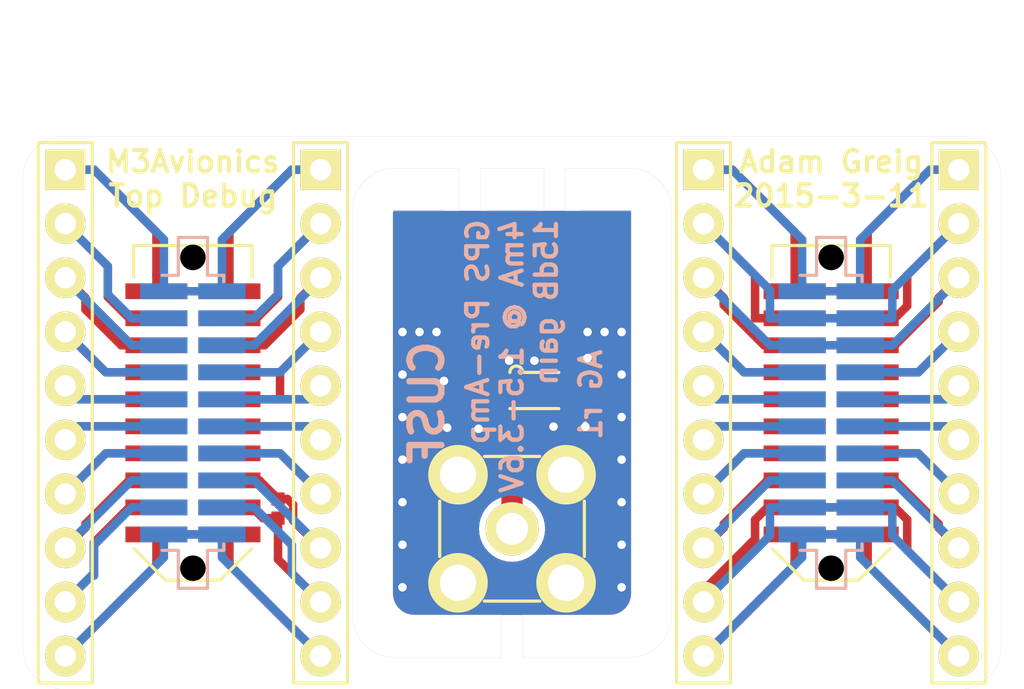
<source format=kicad_pcb>
(kicad_pcb (version 20221018) (generator pcbnew)
  (title_block (title "GPS Filter & Preamp") (date "2016-05-29") (rev "1") (company "CU Spaceflight") (comment 1 "Drawn By: Adam Greig"))
  (layers (0 "F.Cu" signal) (31 "B.Cu" signal) (34 "B.Paste" user) (35 "F.Paste" user) (36 "B.SilkS" user "B.Silkscreen") (37 "F.SilkS" user "F.Silkscreen") (38 "B.Mask" user) (39 "F.Mask" user) (44 "Edge.Cuts" user))
  (net 0 "")
  (net 1 "GND")
  (net 2 "/3v3_IMU")
  (net 3 "/JTMS")
  (net 4 "/3v3_RADIO")
  (net 5 "/JTCK")
  (net 6 "/3v3_FC")
  (net 7 "/JTDI")
  (net 8 "/3v3_PYRO")
  (net 9 "/3v3_DL")
  (net 10 "/RSVD1")
  (net 11 "/3v3_AUX1")
  (net 12 "/5v_CAN")
  (net 13 "/3v3_AUX2")
  (net 14 "/CAN-")
  (net 15 "/RSVD2")
  (net 16 "/CAN+")
  (net 17 "/PYRO_SO")
  (net 18 "/PYRO_SI")
  (net 19 "/5v_RADIO")
  (net 20 "/PYRO1")
  (net 21 "/5v_IMU")
  (net 22 "/PYRO2")
  (net 23 "/5v_AUX1")
  (net 24 "/PYRO3")
  (net 25 "/5v_AUX2")
  (net 26 "/PYRO4")
  (net 27 "/5v_CAM")
  (net 28 "/PWR")
  (net 29 "/CHARGE")
  (net 30 "Net-(C1-Pad1)")
  (net 31 "Net-(C3-Pad1)")
  (net 32 "Net-(C3-Pad2)")
  (net 33 "Net-(IC1-Pad3)")
  (net 34 "Net-(IC1-Pad4)")
  (net 35 "Net-(IC1-Pad5)")
  (net 36 "Net-(L3-Pad2)")
  (net 37 "Net-(L4-Pad2)")
  (footprint "agg:TFML-110-02-L-D" (layer "F.Cu") (at 108 113 -90)
    (fp_text reference "J1")
    (fp_text value "WEST TOP")
  )
  (footprint "agg:TFML-110-02-L-D" (layer "F.Cu") (at 138 113 -90)
    (fp_text reference "J2")
    (fp_text value "EAST TOP")
  )
  (footprint "agg:0402" (layer "F.Cu") (at 112 117.5 90)
    (fp_text reference "R1")
    (fp_text value "120")
  )
  (footprint "agg:SIL-254P-10" (layer "F.Cu") (at 102 113 -90)
    (fp_text reference "J5")
    (fp_text value "CONN_01x10")
  )
  (footprint "agg:SIL-254P-10" (layer "F.Cu") (at 114 113 -90)
    (fp_text reference "J6")
    (fp_text value "CONN_01x10")
  )
  (footprint "agg:SIL-254P-10" (layer "F.Cu") (at 132 113 -90)
    (fp_text reference "J7")
    (fp_text value "CONN_01x10")
  )
  (footprint "agg:SIL-254P-10" (layer "F.Cu") (at 144 113 -90)
    (fp_text reference "J8")
    (fp_text value "CONN_01x10")
  )
  (footprint "agg:0402" (layer "F.Cu") (at 120.65 111.95 90)
    (fp_text reference "C1")
    (fp_text value "1µ")
  )
  (footprint "agg:0402" (layer "F.Cu") (at 121.85 111.95 90)
    (fp_text reference "C2")
    (fp_text value "100n")
  )
  (footprint "agg:0402" (layer "F.Cu") (at 125.05 109.8 90)
    (fp_text reference "C3")
    (fp_text value "200p")
  )
  (footprint "agg:DFN-6-EP-BGM" (layer "F.Cu") (at 124.05 111.95)
    (fp_text reference "IC1")
    (fp_text value "BGM1043N7")
  )
  (footprint "agg:0402" (layer "F.Cu") (at 123.5 113.65)
    (fp_text reference "L1")
    (fp_text value "9n1")
  )
  (footprint "agg:0402" (layer "F.Cu") (at 126.25 111.95 90)
    (fp_text reference "L2")
    (fp_text value "8n2")
  )
  (footprint "agg:0402" (layer "F.Cu") (at 120.1 110.25)
    (fp_text reference "L3")
    (fp_text value "92n")
  )
  (footprint "agg:0402" (layer "F.Cu") (at 121.75 109.8 90)
    (fp_text reference "L4")
    (fp_text value "92n")
  )
  (footprint "agg:0402" (layer "F.Cu") (at 123.4 109.35)
    (fp_text reference "L5")
    (fp_text value "92n")
  )
  (footprint "agg:SMA-PTH" (layer "F.Cu") (at 123 118.45 90)
    (fp_text reference "P2")
    (fp_text value "ANTENNA")
  )
  (footprint "agg:SMA-EDGE" (layer "F.Cu") (at 123 106)
    (fp_text reference "P3")
    (fp_text value "RECEIVER")
  )
  (footprint "agg:SFML-110-02-L-D-LC" (layer "B.Cu") (at 108 113 -90)
    (fp_text reference "J3")
    (fp_text value "WEST BOT")
  )
  (footprint "agg:SFML-110-02-L-D-LC" (layer "B.Cu") (at 138 113 -90)
    (fp_text reference "J4")
    (fp_text value "EAST BOT")
  )
  (gr_line (start 121.5 101.5) (end 121.5 103.5) (stroke (width 0.01)) (layer "Edge.Cuts"))
  (gr_arc (start 130.5 122.5) (mid 129.914214 123.914214) (end 128.5 124.5) (stroke (width 0.01)) (layer "Edge.Cuts"))
  (gr_arc (start 128.5 101.5) (mid 129.914214 102.085786) (end 130.5 103.5) (stroke (width 0.01)) (layer "Edge.Cuts"))
  (gr_line (start 120.5 103.5) (end 117.4 103.5) (stroke (width 0.01)) (layer "Edge.Cuts"))
  (gr_line (start 125.5 101.5) (end 128.5 101.5) (stroke (width 0.01)) (layer "Edge.Cuts"))
  (gr_line (start 125.5 103.5) (end 128.6 103.5) (stroke (width 0.01)) (layer "Edge.Cuts"))
  (gr_line (start 122.5 122.5) (end 122.5 124.5) (stroke (width 0.01)) (layer "Edge.Cuts"))
  (gr_line (start 128.6 121.5) (end 128.6 103.5) (stroke (width 0.01)) (layer "Edge.Cuts"))
  (gr_line (start 102 126) (end 144 126) (stroke (width 0.01)) (layer "Edge.Cuts"))
  (gr_line (start 124.5 103.5) (end 124.5 101.5) (stroke (width 0.01)) (layer "Edge.Cuts"))
  (gr_line (start 122.5 124.5) (end 117.5 124.5) (stroke (width 0.01)) (layer "Edge.Cuts"))
  (gr_line (start 115.5 122.5) (end 115.5 103.5) (stroke (width 0.01)) (layer "Edge.Cuts"))
  (gr_line (start 121.5 103.5) (end 124.5 103.5) (stroke (width 0.01)) (layer "Edge.Cuts"))
  (gr_line (start 127.6 122.5) (end 123.5 122.5) (stroke (width 0.01)) (layer "Edge.Cuts"))
  (gr_line (start 117.5 101.5) (end 120.5 101.5) (stroke (width 0.01)) (layer "Edge.Cuts"))
  (gr_arc (start 146 124) (mid 145.414214 125.414214) (end 144 126) (stroke (width 0.01)) (layer "Edge.Cuts"))
  (gr_arc (start 115.5 103.5) (mid 116.085786 102.085786) (end 117.5 101.5) (stroke (width 0.01)) (layer "Edge.Cuts"))
  (gr_arc (start 100 102) (mid 100.585786 100.585786) (end 102 100) (stroke (width 0.01)) (layer "Edge.Cuts"))
  (gr_arc (start 128.6 121.5) (mid 128.307107 122.207107) (end 127.6 122.5) (stroke (width 0.01)) (layer "Edge.Cuts"))
  (gr_line (start 121.5 101.5) (end 124.5 101.5) (stroke (width 0.01)) (layer "Edge.Cuts"))
  (gr_line (start 117.4 103.5) (end 117.4 121.5) (stroke (width 0.01)) (layer "Edge.Cuts"))
  (gr_line (start 120.5 101.5) (end 120.5 103.5) (stroke (width 0.01)) (layer "Edge.Cuts"))
  (gr_arc (start 117.5 124.5) (mid 116.085786 123.914214) (end 115.5 122.5) (stroke (width 0.01)) (layer "Edge.Cuts"))
  (gr_arc (start 102 126) (mid 100.585786 125.414214) (end 100 124) (stroke (width 0.01)) (layer "Edge.Cuts"))
  (gr_line (start 123.5 124.5) (end 128.5 124.5) (stroke (width 0.01)) (layer "Edge.Cuts"))
  (gr_arc (start 144 100) (mid 145.414214 100.585786) (end 146 102) (stroke (width 0.01)) (layer "Edge.Cuts"))
  (gr_line (start 123.5 122.5) (end 123.5 124.5) (stroke (width 0.01)) (layer "Edge.Cuts"))
  (gr_line (start 125.5 103.5) (end 125.5 101.5) (stroke (width 0.01)) (layer "Edge.Cuts"))
  (gr_line (start 100 102) (end 100 124) (stroke (width 0.01)) (layer "Edge.Cuts"))
  (gr_line (start 130.5 103.5) (end 130.5 122.5) (stroke (width 0.01)) (layer "Edge.Cuts"))
  (gr_line (start 146 124) (end 146 102) (stroke (width 0.01)) (layer "Edge.Cuts"))
  (gr_line (start 118.4 122.5) (end 122.5 122.5) (stroke (width 0.01)) (layer "Edge.Cuts"))
  (gr_arc (start 118.4 122.5) (mid 117.692893 122.207107) (end 117.4 121.5) (stroke (width 0.01)) (layer "Edge.Cuts"))
  (gr_line (start 144 100) (end 102 100) (stroke (width 0.01)) (layer "Edge.Cuts"))
  (gr_text "CUSF" (at 119 112.55 90) (layer "B.SilkS") (effects (font (size 1.5 1.5) (thickness 0.3)) (justify mirror)))
  (gr_text "GPS Pre-Amp\n4mA @ 1.5-3.6V\n15dB gain" (at 123 103.8 90) (layer "B.SilkS") (effects (font (size 1 1) (thickness 0.2)) (justify left mirror)))
  (gr_text "AG r1" (at 126.7 112.15 90) (layer "B.SilkS") (effects (font (size 1 1) (thickness 0.2)) (justify mirror)))
  (gr_text "Adam Greig\n2015-3-11" (at 138 102) (layer "F.SilkS") (effects (font (size 1 1) (thickness 0.2))))
  (gr_text "M3Avionics\nTop Debug" (at 108 102) (layer "F.SilkS") (effects (font (size 1 1) (thickness 0.2))))
  (segment (start 142.65 101.57) (end 144 101.57) (width 0.4) (layer "F.Cu") (net 1))
  (segment (start 128.15 113.2) (end 128.15 115.2) (width 0.25) (layer "F.Cu") (net 1))
  (segment (start 127.375 109.175) (end 127.35 109.2) (width 0.5) (layer "F.Cu") (net 1))
  (segment (start 118.625 109.175) (end 118.6 109.2) (width 0.5) (layer "F.Cu") (net 1))
  (segment (start 136.285 107.285) (end 136.285 104.505) (width 0.4) (layer "F.Cu") (net 1))
  (segment (start 106.285 120.145) (end 106.285 118.715) (width 0.4) (layer "F.Cu") (net 1))
  (segment (start 136.285 104.505) (end 133.35 101.57) (width 0.4) (layer "F.Cu") (net 1))
  (segment (start 121.375 113.7) (end 121.425 113.75) (width 0.5) (layer "F.Cu") (net 1))
  (segment (start 123.95 112.05) (end 124.05 111.95) (width 0.5) (layer "F.Cu") (net 1))
  (segment (start 103.35 101.57) (end 106.285 104.505) (width 0.4) (layer "F.Cu") (net 1))
  (segment (start 124.05 110.55) (end 122.86359 110.55) (width 0.25) (layer "F.Cu") (net 1))
  (segment (start 109.715 104.505) (end 109.715 106.515) (width 0.4) (layer "F.Cu") (net 1))
  (segment (start 102 101.57) (end 103.35 101.57) (width 0.4) (layer "F.Cu") (net 1))
  (segment (start 117.85 113.2) (end 117.85 115.2) (width 0.25) (layer "F.Cu") (net 1))
  (segment (start 117.85 109.2) (end 117.85 111.2) (width 0.25) (layer "F.Cu") (net 1))
  (segment (start 136.285 107.285) (end 139.715 107.285) (width 0.4) (layer "F.Cu") (net 1))
  (segment (start 128.15 109.2) (end 128.15 111.2) (width 0.25) (layer "F.Cu") (net 1))
  (segment (start 133.35 101.57) (end 132 101.57) (width 0.4) (layer "F.Cu") (net 1))
  (segment (start 118.875 113.2) (end 119.375 113.7) (width 0.5) (layer "F.Cu") (net 1))
  (segment (start 124.95 113.65) (end 126.45 113.65) (width 0.5) (layer "F.Cu") (net 1))
  (segment (start 118.625 106) (end 118.625 109.175) (width 0.5) (layer "F.Cu") (net 1))
  (segment (start 121.91359 111.5) (end 122.86359 110.55) (width 0.25) (layer "F.Cu") (net 1))
  (segment (start 106.285 106.515) (end 106.285 107.285) (width 0.4) (layer "F.Cu") (net 1))
  (segment (start 102 124.43) (end 106.285 120.145) (width 0.4) (layer "F.Cu") (net 1))
  (segment (start 117.85 117.2) (end 117.85 119.2) (width 0.25) (layer "F.Cu") (net 1))
  (segment (start 123.95 113.65) (end 124.95 113.65) (width 0.5) (layer "F.Cu") (net 1))
  (segment (start 109.715 106.515) (end 109.715 107.285) (width 0.4) (layer "F.Cu") (net 1))
  (segment (start 114 124.43) (end 109.715 120.145) (width 0.4) (layer "F.Cu") (net 1))
  (segment (start 128.15 117.2) (end 128.15 119.2) (width 0.25) (layer "F.Cu") (net 1))
  (segment (start 124.05 111.95) (end 124.05 110.55) (width 0.5) (layer "F.Cu") (net 1))
  (segment (start 106.285 118.715) (end 109.715 118.715) (width 0.4) (layer "F.Cu") (net 1))
  (segment (start 112.65 101.57) (end 109.715 104.505) (width 0.4) (layer "F.Cu") (net 1))
  (segment (start 127.35 109.2) (end 126.55 109.2) (width 0.5) (layer "F.Cu") (net 1))
  (segment (start 126.55 109.2) (end 126.55 110.425) (width 0.5) (layer "F.Cu") (net 1))
  (segment (start 119.95 113.7) (end 121.375 113.7) (width 0.5) (layer "F.Cu") (net 1))
  (segment (start 109.715 120.145) (end 109.715 118.715) (width 0.4) (layer "F.Cu") (net 1))
  (segment (start 139.715 107.285) (end 139.715 104.505) (width 0.4) (layer "F.Cu") (net 1))
  (segment (start 139.715 118.715) (end 139.715 120.145) (width 0.4) (layer "F.Cu") (net 1))
  (segment (start 136.285 118.715) (end 136.285 120.145) (width 0.4) (layer "F.Cu") (net 1))
  (segment (start 123.95 113.65) (end 123.95 112.05) (width 0.5) (layer "F.Cu") (net 1))
  (segment (start 117.85 113.2) (end 118.875 113.2) (width 0.5) (layer "F.Cu") (net 1))
  (segment (start 119.375 113.7) (end 119.95 113.7) (width 0.5) (layer "F.Cu") (net 1))
  (segment (start 136.285 120.145) (end 132 124.43) (width 0.4) (layer "F.Cu") (net 1))
  (segment (start 139.715 120.145) (end 144 124.43) (width 0.4) (layer "F.Cu") (net 1))
  (segment (start 136.285 118.715) (end 139.715 118.715) (width 0.4) (layer "F.Cu") (net 1))
  (segment (start 120.65 111.5) (end 119.8 111.5) (width 0.5) (layer "F.Cu") (net 1))
  (segment (start 139.715 104.505) (end 142.65 101.57) (width 0.4) (layer "F.Cu") (net 1))
  (segment (start 106.285 107.285) (end 109.715 107.285) (width 0.4) (layer "F.Cu") (net 1))
  (segment (start 114 101.57) (end 112.65 101.57) (width 0.4) (layer "F.Cu") (net 1))
  (segment (start 120.65 111.5) (end 121.85 111.5) (width 0.5) (layer "F.Cu") (net 1))
  (segment (start 117.85 109.2) (end 118.65 109.2) (width 0.25) (layer "F.Cu") (net 1))
  (segment (start 106.285 104.505) (end 106.285 106.515) (width 0.4) (layer "F.Cu") (net 1))
  (segment (start 121.85 111.5) (end 121.91359 111.5) (width 0.25) (layer "F.Cu") (net 1))
  (segment (start 127.375 106) (end 127.375 109.175) (width 0.5) (layer "F.Cu") (net 1))
  (via (at 117.85 111.2) (size 0.8) (drill 0.4) (layers "F.Cu" "B.Cu") (net 1))
  (via (at 117.85 117.2) (size 0.8) (drill 0.4) (layers "F.Cu" "B.Cu") (net 1))
  (via (at 128.15 117.2) (size 0.8) (drill 0.4) (layers "F.Cu" "B.Cu") (net 1))
  (via (at 124.05 110.55) (size 0.8) (drill 0.4) (layers "F.Cu" "B.Cu") (net 1))
  (via (at 128.15 121.2) (size 0.8) (drill 0.4) (layers "F.Cu" "B.Cu") (net 1))
  (via (at 128.15 115.2) (size 0.8) (drill 0.4) (layers "F.Cu" "B.Cu") (net 1))
  (via (at 126.45 113.65) (size 0.8) (drill 0.4) (layers "F.Cu" "B.Cu") (net 1))
  (via (at 117.85 119.2) (size 0.8) (drill 0.4) (layers "F.Cu" "B.Cu") (net 1))
  (via (at 117.85 109.2) (size 0.8) (drill 0.4) (layers "F.Cu" "B.Cu") (net 1))
  (via (at 128.15 113.2) (size 0.8) (drill 0.4) (layers "F.Cu" "B.Cu") (net 1))
  (via (at 118.65 109.2) (size 0.8) (drill 0.4) (layers "F.Cu" "B.Cu") (net 1))
  (via (at 119.45 109.2) (size 0.8) (drill 0.4) (layers "F.Cu" "B.Cu") (net 1))
  (via (at 117.85 113.2) (size 0.8) (drill 0.4) (layers "F.Cu" "B.Cu") (net 1))
  (via (at 119.95 113.7) (size 0.8) (drill 0.4) (layers "F.Cu" "B.Cu") (net 1))
  (via (at 126.55 109.2) (size 0.8) (drill 0.4) (layers "F.Cu" "B.Cu") (net 1))
  (via (at 122.86359 110.55) (size 0.8) (drill 0.4) (layers "F.Cu" "B.Cu") (net 1))
  (via (at 124.95 113.65) (size 0.8) (drill 0.4) (layers "F.Cu" "B.Cu") (net 1))
  (via (at 117.85 115.2) (size 0.8) (drill 0.4) (layers "F.Cu" "B.Cu") (net 1))
  (via (at 128.15 119.2) (size 0.8) (drill 0.4) (layers "F.Cu" "B.Cu") (net 1))
  (via (at 126.55 110.425) (size 0.8) (drill 0.4) (layers "F.Cu" "B.Cu") (net 1))
  (via (at 119.8 111.5) (size 0.8) (drill 0.4) (layers "F.Cu" "B.Cu") (net 1))
  (via (at 117.85 121.2) (size 0.8) (drill 0.4) (layers "F.Cu" "B.Cu") (net 1))
  (via (at 121.425 113.75) (size 0.8) (drill 0.4) (layers "F.Cu" "B.Cu") (net 1))
  (via (at 128.15 111.2) (size 0.8) (drill 0.4) (layers "F.Cu" "B.Cu") (net 1))
  (via (at 128.15 109.2) (size 0.8) (drill 0.4) (layers "F.Cu" "B.Cu") (net 1))
  (via (at 127.35 109.2) (size 0.8) (drill 0.4) (layers "F.Cu" "B.Cu") (net 1))
  (segment (start 136.635 119.795) (end 136.635 118.715) (width 0.4) (layer "B.Cu") (net 1))
  (segment (start 106.635 118.715) (end 109.365 118.715) (width 0.4) (layer "B.Cu") (net 1))
  (segment (start 109.365 118.715) (end 109.365 119.795) (width 0.4) (layer "B.Cu") (net 1))
  (segment (start 133.35 101.57) (end 132 101.57) (width 0.4) (layer "B.Cu") (net 1))
  (segment (start 106.635 119.795) (end 102 124.43) (width 0.4) (layer "B.Cu") (net 1))
  (segment (start 106.635 118.715) (end 106.635 119.795) (width 0.4) (layer "B.Cu") (net 1))
  (segment (start 106.635 104.855) (end 103.35 101.57) (width 0.4) (layer "B.Cu") (net 1))
  (segment (start 109.365 119.795) (end 114 124.43) (width 0.4) (layer "B.Cu") (net 1))
  (segment (start 139.365 118.715) (end 139.365 119.795) (width 0.4) (layer "B.Cu") (net 1))
  (segment (start 136.635 104.855) (end 133.35 101.57) (width 0.4) (layer "B.Cu") (net 1))
  (segment (start 106.635 107.285) (end 106.635 104.855) (width 0.4) (layer "B.Cu") (net 1))
  (segment (start 139.365 118.715) (end 136.635 118.715) (width 0.4) (layer "B.Cu") (net 1))
  (segment (start 128.15 119.2) (end 128.15 121.2) (width 0.25) (layer "B.Cu") (net 1))
  (segment (start 117.85 111.2) (end 117.85 113.2) (width 0.25) (layer "B.Cu") (net 1))
  (segment (start 136.635 107.285) (end 136.635 104.855) (width 0.4) (layer "B.Cu") (net 1))
  (segment (start 128.15 111.2) (end 128.15 113.2) (width 0.25) (layer "B.Cu") (net 1))
  (segment (start 139.365 107.285) (end 139.365 104.855) (width 0.4) (layer "B.Cu") (net 1))
  (segment (start 109.365 107.285) (end 109.365 104.855) (width 0.4) (layer "B.Cu") (net 1))
  (segment (start 132 124.43) (end 136.635 119.795) (width 0.4) (layer "B.Cu") (net 1))
  (segment (start 127.35 109.2) (end 128.15 109.2) (width 0.5) (layer "B.Cu") (net 1))
  (segment (start 128.15 115.2) (end 128.15 117.2) (width 0.25) (layer "B.Cu") (net 1))
  (segment (start 112.65 101.57) (end 114 101.57) (width 0.4) (layer "B.Cu") (net 1))
  (segment (start 117.85 115.2) (end 117.85 117.2) (width 0.25) (layer "B.Cu") (net 1))
  (segment (start 139.365 104.855) (end 142.65 101.57) (width 0.4) (layer "B.Cu") (net 1))
  (segment (start 117.85 119.2) (end 117.85 121.2) (width 0.25) (layer "B.Cu") (net 1))
  (segment (start 109.365 104.855) (end 112.65 101.57) (width 0.4) (layer "B.Cu") (net 1))
  (segment (start 103.35 101.57) (end 102 101.57) (width 0.4) (layer "B.Cu") (net 1))
  (segment (start 139.365 119.795) (end 144 124.43) (width 0.4) (layer "B.Cu") (net 1))
  (segment (start 118.6 109.2) (end 119.4 109.2) (width 0.5) (layer "B.Cu") (net 1))
  (segment (start 142.65 101.57) (end 144 101.57) (width 0.4) (layer "B.Cu") (net 1))
  (segment (start 139.365 107.285) (end 136.635 107.285) (width 0.4) (layer "B.Cu") (net 1))
  (segment (start 106.635 107.285) (end 109.365 107.285) (width 0.4) (layer "B.Cu") (net 1))
  (segment (start 106.285 108.555) (end 105.004998 108.555) (width 0.4) (layer "F.Cu") (net 2))
  (segment (start 104 107.550002) (end 104 106.11) (width 0.4) (layer "F.Cu") (net 2))
  (segment (start 105.004998 108.555) (end 104 107.550002) (width 0.4) (layer "F.Cu") (net 2))
  (segment (start 104 106.11) (end 102 104.11) (width 0.4) (layer "F.Cu") (net 2))
  (segment (start 106.635 108.555) (end 105.124999 108.554999) (width 0.4) (layer "B.Cu") (net 2))
  (segment (start 105.124999 108.554999) (end 104 107.43) (width 0.4) (layer "B.Cu") (net 2))
  (segment (start 104 106.11) (end 102 104.11) (width 0.4) (layer "B.Cu") (net 2))
  (segment (start 104 107.43) (end 104 106.11) (width 0.4) (layer "B.Cu") (net 2))
  (segment (start 109.715 108.555) (end 110.995002 108.555) (width 0.4) (layer "F.Cu") (net 3))
  (segment (start 112 106.11) (end 114 104.11) (width 0.4) (layer "F.Cu") (net 3))
  (segment (start 110.995002 108.555) (end 112 107.550002) (width 0.4) (layer "F.Cu") (net 3))
  (segment (start 112 107.550002) (end 112 106.11) (width 0.4) (layer "F.Cu") (net 3))
  (segment (start 110.875 108.555) (end 112 107.43) (width 0.4) (layer "B.Cu") (net 3))
  (segment (start 112 107.43) (end 112 106.11) (width 0.4) (layer "B.Cu") (net 3))
  (segment (start 109.365 108.555) (end 110.875 108.555) (width 0.4) (layer "B.Cu") (net 3))
  (segment (start 112 106.11) (end 114 104.11) (width 0.4) (layer "B.Cu") (net 3))
  (segment (start 106.285 109.825) (end 104.633002 109.825) (width 0.4) (layer "F.Cu") (net 4))
  (segment (start 102.949999 107.599999) (end 102 106.65) (width 0.4) (layer "F.Cu") (net 4))
  (segment (start 104.633002 109.825) (end 102.949999 108.141997) (width 0.4) (layer "F.Cu") (net 4))
  (segment (start 102.949999 108.141997) (end 102.949999 107.599999) (width 0.4) (layer "F.Cu") (net 4))
  (segment (start 102 106.7) (end 102 106.65) (width 0.4) (layer "B.Cu") (net 4))
  (segment (start 106.635 109.825) (end 105.125 109.825) (width 0.4) (layer "B.Cu") (net 4))
  (segment (start 105.125 109.825) (end 102 106.7) (width 0.4) (layer "B.Cu") (net 4))
  (segment (start 109.715 109.825) (end 111.366998 109.825) (width 0.4) (layer "F.Cu") (net 5))
  (segment (start 113.050001 107.599999) (end 114 106.65) (width 0.4) (layer "F.Cu") (net 5))
  (segment (start 113.050001 108.141997) (end 113.050001 107.599999) (width 0.4) (layer "F.Cu") (net 5))
  (segment (start 111.366998 109.825) (end 113.050001 108.141997) (width 0.4) (layer "F.Cu") (net 5))
  (segment (start 110.875 109.825) (end 114 106.7) (width 0.4) (layer "B.Cu") (net 5))
  (segment (start 114 106.7) (end 114 106.65) (width 0.4) (layer "B.Cu") (net 5))
  (segment (start 109.365 109.825) (end 110.875 109.825) (width 0.4) (layer "B.Cu") (net 5))
  (segment (start 106.285 111.095) (end 103.905 111.095) (width 0.4) (layer "F.Cu") (net 6))
  (segment (start 103.905 111.095) (end 102 109.19) (width 0.4) (layer "F.Cu") (net 6))
  (segment (start 103.905 111.095) (end 102 109.19) (width 0.4) (layer "B.Cu") (net 6))
  (segment (start 106.635 111.095) (end 103.905 111.095) (width 0.4) (layer "B.Cu") (net 6))
  (segment (start 109.715 112.365) (end 112 112.365) (width 0.4) (layer "F.Cu") (net 7))
  (segment (start 112.095 112.27) (end 112 112.365) (width 0.4) (layer "F.Cu") (net 7))
  (segment (start 113.365 112.365) (end 114 111.73) (width 0.4) (layer "F.Cu") (net 7))
  (segment (start 112.095 111.095) (end 114 109.19) (width 0.4) (layer "F.Cu") (net 7))
  (segment (start 109.715 111.095) (end 112.095 111.095) (width 0.4) (layer "F.Cu") (net 7))
  (segment (start 112.095 111.095) (end 112.095 112.27) (width 0.4) (layer "F.Cu") (net 7))
  (segment (start 112 112.365) (end 113.365 112.365) (width 0.4) (layer "F.Cu") (net 7))
  (segment (start 109.365 111.095) (end 112.095 111.095) (width 0.4) (layer "B.Cu") (net 7))
  (segment (start 112.095 111.095) (end 114 109.19) (width 0.4) (layer "B.Cu") (net 7))
  (segment (start 109.365 112.365) (end 113.365 112.365) (width 0.4) (layer "B.Cu") (net 7))
  (segment (start 113.365 112.365) (end 114 111.73) (width 0.4) (layer "B.Cu") (net 7))
  (segment (start 102.635 112.365) (end 102 111.73) (width 0.4) (layer "F.Cu") (net 8))
  (segment (start 106.285 112.365) (end 102.635 112.365) (width 0.4) (layer "F.Cu") (net 8))
  (segment (start 106.635 112.365) (end 102.635 112.365) (width 0.4) (layer "B.Cu") (net 8))
  (segment (start 102.635 112.365) (end 102 111.73) (width 0.4) (layer "B.Cu") (net 8))
  (segment (start 102.635 113.635) (end 102 114.27) (width 0.4) (layer "F.Cu") (net 9))
  (segment (start 106.285 113.635) (end 102.635 113.635) (width 0.4) (layer "F.Cu") (net 9))
  (segment (start 106.635 113.635) (end 102.635 113.635) (width 0.4) (layer "B.Cu") (net 9))
  (segment (start 102.635 113.635) (end 102 114.27) (width 0.4) (layer "B.Cu") (net 9))
  (segment (start 109.715 113.635) (end 113.365 113.635) (width 0.4) (layer "F.Cu") (net 10))
  (segment (start 113.365 113.635) (end 114 114.27) (width 0.4) (layer "F.Cu") (net 10))
  (segment (start 109.365 113.635) (end 113.365 113.635) (width 0.4) (layer "B.Cu") (net 10))
  (segment (start 113.365 113.635) (end 114 114.27) (width 0.4) (layer "B.Cu") (net 10))
  (segment (start 103.905 114.905) (end 102 116.81) (width 0.4) (layer "F.Cu") (net 11))
  (segment (start 106.285 114.905) (end 103.905 114.905) (width 0.4) (layer "F.Cu") (net 11))
  (segment (start 106.635 114.905) (end 103.905 114.905) (width 0.4) (layer "B.Cu") (net 11))
  (segment (start 103.905 114.905) (end 102 116.81) (width 0.4) (layer "B.Cu") (net 11))
  (segment (start 109.715 114.905) (end 112.095 114.905) (width 0.4) (layer "F.Cu") (net 12))
  (segment (start 112.095 114.905) (end 114 116.81) (width 0.4) (layer "F.Cu") (net 12))
  (segment (start 112.095 114.905) (end 114 116.81) (width 0.4) (layer "B.Cu") (net 12))
  (segment (start 109.365 114.905) (end 112.095 114.905) (width 0.4) (layer "B.Cu") (net 12))
  (segment (start 106.285 116.175) (end 105.004998 116.175) (width 0.4) (layer "F.Cu") (net 13))
  (segment (start 105.004998 116.175) (end 102.949999 118.229999) (width 0.4) (layer "F.Cu") (net 13))
  (segment (start 102.949999 118.400001) (end 102 119.35) (width 0.4) (layer "F.Cu") (net 13))
  (segment (start 102.949999 118.229999) (end 102.949999 118.400001) (width 0.4) (layer "F.Cu") (net 13))
  (segment (start 102 119.3) (end 102 119.35) (width 0.4) (layer "B.Cu") (net 13))
  (segment (start 106.635 116.175) (end 105.125 116.175) (width 0.4) (layer "B.Cu") (net 13))
  (segment (start 105.125 116.175) (end 102 119.3) (width 0.4) (layer "B.Cu") (net 13))
  (segment (start 112 117.05) (end 112.440002 117.05) (width 0.4) (layer "F.Cu") (net 14))
  (segment (start 112.710001 118.060001) (end 113.050001 118.400001) (width 0.4) (layer "F.Cu") (net 14))
  (segment (start 112.710001 117.319999) (end 112.710001 118.060001) (width 0.4) (layer "F.Cu") (net 14))
  (segment (start 112.440002 117.05) (end 112.710001 117.319999) (width 0.4) (layer "F.Cu") (net 14))
  (segment (start 113.050001 118.400001) (end 114 119.35) (width 0.4) (layer "F.Cu") (net 14))
  (segment (start 112 117.05) (end 111.125 116.175) (width 0.4) (layer "F.Cu") (net 14))
  (segment (start 111.125 116.175) (end 109.715 116.175) (width 0.4) (layer "F.Cu") (net 14))
  (segment (start 110.875 116.175) (end 114 119.3) (width 0.4) (layer "B.Cu") (net 14))
  (segment (start 109.365 116.175) (end 110.875 116.175) (width 0.4) (layer "B.Cu") (net 14))
  (segment (start 114 119.3) (end 114 119.35) (width 0.4) (layer "B.Cu") (net 14))
  (segment (start 106.285 117.445) (end 105.004998 117.445) (width 0.4) (layer "F.Cu") (net 15))
  (segment (start 103.350001 120.539999) (end 102.949999 120.940001) (width 0.4) (layer "F.Cu") (net 15))
  (segment (start 102.949999 120.940001) (end 102 121.89) (width 0.4) (layer "F.Cu") (net 15))
  (segment (start 103.350001 119.099997) (end 103.350001 120.539999) (width 0.4) (layer "F.Cu") (net 15))
  (segment (start 105.004998 117.445) (end 103.350001 119.099997) (width 0.4) (layer "F.Cu") (net 15))
  (segment (start 103.350001 119.219999) (end 103.350001 120.649999) (width 0.4) (layer "B.Cu") (net 15))
  (segment (start 103.350001 120.649999) (end 103.240001 120.649999) (width 0.4) (layer "B.Cu") (net 15))
  (segment (start 106.635 117.445) (end 105.125 117.445) (width 0.4) (layer "B.Cu") (net 15))
  (segment (start 105.125 117.445) (end 103.350001 119.219999) (width 0.4) (layer "B.Cu") (net 15))
  (segment (start 103.240001 120.649999) (end 102 121.89) (width 0.4) (layer "B.Cu") (net 15))
  (segment (start 111.29 117.95) (end 112 117.95) (width 0.4) (layer "F.Cu") (net 16))
  (segment (start 109.715 117.445) (end 110.785 117.445) (width 0.4) (layer "F.Cu") (net 16))
  (segment (start 112 119.89) (end 114 121.89) (width 0.4) (layer "F.Cu") (net 16))
  (segment (start 110.785 117.445) (end 111.29 117.95) (width 0.4) (layer "F.Cu") (net 16))
  (segment (start 112 117.95) (end 112 119.89) (width 0.4) (layer "F.Cu") (net 16))
  (segment (start 110.875 117.445) (end 112.649999 119.219999) (width 0.4) (layer "B.Cu") (net 16))
  (segment (start 113.050001 120.940001) (end 114 121.89) (width 0.4) (layer "B.Cu") (net 16))
  (segment (start 112.649999 119.219999) (end 112.649999 120.539999) (width 0.4) (layer "B.Cu") (net 16))
  (segment (start 112.649999 120.539999) (end 113.050001 120.940001) (width 0.4) (layer "B.Cu") (net 16))
  (segment (start 109.365 117.445) (end 110.875 117.445) (width 0.4) (layer "B.Cu") (net 16))
  (segment (start 141.575001 107.975001) (end 140.995002 108.555) (width 0.4) (layer "F.Cu") (net 17))
  (segment (start 141.575001 106.534999) (end 141.575001 107.975001) (width 0.4) (layer "F.Cu") (net 17))
  (segment (start 144 104.11) (end 141.575001 106.534999) (width 0.4) (layer "F.Cu") (net 17))
  (segment (start 134.424999 108.554999) (end 134.424999 106.534999) (width 0.4) (layer "F.Cu") (net 17))
  (segment (start 139.715 108.555) (end 136.285 108.555) (width 0.4) (layer "F.Cu") (net 17))
  (segment (start 140.995002 108.555) (end 139.715 108.555) (width 0.4) (layer "F.Cu") (net 17))
  (segment (start 136.285 108.555) (end 134.424999 108.554999) (width 0.4) (layer "F.Cu") (net 17))
  (segment (start 134.424999 106.534999) (end 132 104.11) (width 0.4) (layer "F.Cu") (net 17))
  (segment (start 140.875001 107.234999) (end 144 104.11) (width 0.4) (layer "B.Cu") (net 17))
  (segment (start 139.365 108.555) (end 136.635 108.555) (width 0.4) (layer "B.Cu") (net 17))
  (segment (start 140.875001 108.554999) (end 140.875001 107.234999) (width 0.4) (layer "B.Cu") (net 17))
  (segment (start 135.124999 108.554999) (end 135.124999 107.234999) (width 0.4) (layer "B.Cu") (net 17))
  (segment (start 139.365 108.555) (end 140.875001 108.554999) (width 0.4) (layer "B.Cu") (net 17))
  (segment (start 136.635 108.555) (end 135.124999 108.554999) (width 0.4) (layer "B.Cu") (net 17))
  (segment (start 135.124999 107.234999) (end 132 104.11) (width 0.4) (layer "B.Cu") (net 17))
  (segment (start 143.050001 107.599999) (end 144 106.65) (width 0.4) (layer "F.Cu") (net 18))
  (segment (start 132.949999 107.599999) (end 132 106.65) (width 0.4) (layer "F.Cu") (net 18))
  (segment (start 139.715 109.825) (end 140.995002 109.825) (width 0.4) (layer "F.Cu") (net 18))
  (segment (start 136.285 109.825) (end 139.715 109.825) (width 0.4) (layer "F.Cu") (net 18))
  (segment (start 136.285 109.825) (end 134.846458 109.825) (width 0.4) (layer "F.Cu") (net 18))
  (segment (start 134.846458 109.825) (end 132.949999 107.928541) (width 0.4) (layer "F.Cu") (net 18))
  (segment (start 143.050001 107.770001) (end 143.050001 107.599999) (width 0.4) (layer "F.Cu") (net 18))
  (segment (start 132.949999 107.928541) (end 132.949999 107.599999) (width 0.4) (layer "F.Cu") (net 18))
  (segment (start 140.995002 109.825) (end 143.050001 107.770001) (width 0.4) (layer "F.Cu") (net 18))
  (segment (start 136.635 109.825) (end 135.125 109.825) (width 0.4) (layer "B.Cu") (net 18))
  (segment (start 144 106.7) (end 144 106.65) (width 0.4) (layer "B.Cu") (net 18))
  (segment (start 140.875 109.825) (end 144 106.7) (width 0.4) (layer "B.Cu") (net 18))
  (segment (start 139.365 109.825) (end 136.635 109.825) (width 0.4) (layer "B.Cu") (net 18))
  (segment (start 132 106.7) (end 132 106.65) (width 0.4) (layer "B.Cu") (net 18))
  (segment (start 135.125 109.825) (end 132 106.7) (width 0.4) (layer "B.Cu") (net 18))
  (segment (start 139.365 109.825) (end 140.875 109.825) (width 0.4) (layer "B.Cu") (net 18))
  (segment (start 136.285 111.095) (end 133.905 111.095) (width 0.4) (layer "F.Cu") (net 19))
  (segment (start 133.905 111.095) (end 132 109.19) (width 0.4) (layer "F.Cu") (net 19))
  (segment (start 133.905 111.095) (end 132 109.19) (width 0.4) (layer "B.Cu") (net 19))
  (segment (start 136.635 111.095) (end 133.905 111.095) (width 0.4) (layer "B.Cu") (net 19))
  (segment (start 139.715 111.095) (end 142.095 111.095) (width 0.4) (layer "F.Cu") (net 20))
  (segment (start 142.095 111.095) (end 144 109.19) (width 0.4) (layer "F.Cu") (net 20))
  (segment (start 139.365 111.095) (end 142.095 111.095) (width 0.4) (layer "B.Cu") (net 20))
  (segment (start 142.095 111.095) (end 144 109.19) (width 0.4) (layer "B.Cu") (net 20))
  (segment (start 136.285 112.365) (end 132.635 112.365) (width 0.4) (layer "F.Cu") (net 21))
  (segment (start 132.635 112.365) (end 132 111.73) (width 0.4) (layer "F.Cu") (net 21))
  (segment (start 132.635 112.365) (end 132 111.73) (width 0.4) (layer "B.Cu") (net 21))
  (segment (start 136.635 112.365) (end 132.635 112.365) (width 0.4) (layer "B.Cu") (net 21))
  (segment (start 139.715 112.365) (end 143.365 112.365) (width 0.4) (layer "F.Cu") (net 22))
  (segment (start 143.365 112.365) (end 144 111.73) (width 0.4) (layer "F.Cu") (net 22))
  (segment (start 143.365 112.365) (end 144 111.73) (width 0.4) (layer "B.Cu") (net 22))
  (segment (start 139.365 112.365) (end 143.365 112.365) (width 0.4) (layer "B.Cu") (net 22))
  (segment (start 132.635 113.635) (end 132 114.27) (width 0.4) (layer "F.Cu") (net 23))
  (segment (start 136.285 113.635) (end 132.635 113.635) (width 0.4) (layer "F.Cu") (net 23))
  (segment (start 136.635 113.635) (end 132.635 113.635) (width 0.4) (layer "B.Cu") (net 23))
  (segment (start 132.635 113.635) (end 132 114.27) (width 0.4) (layer "B.Cu") (net 23))
  (segment (start 139.715 113.635) (end 143.365 113.635) (width 0.4) (layer "F.Cu") (net 24))
  (segment (start 143.365 113.635) (end 144 114.27) (width 0.4) (layer "F.Cu") (net 24))
  (segment (start 143.365 113.635) (end 144 114.27) (width 0.4) (layer "B.Cu") (net 24))
  (segment (start 139.365 113.635) (end 143.365 113.635) (width 0.4) (layer "B.Cu") (net 24))
  (segment (start 136.285 114.905) (end 133.905 114.905) (width 0.4) (layer "F.Cu") (net 25))
  (segment (start 133.905 114.905) (end 132 116.81) (width 0.4) (layer "F.Cu") (net 25))
  (segment (start 133.905 114.905) (end 132 116.81) (width 0.4) (layer "B.Cu") (net 25))
  (segment (start 136.635 114.905) (end 133.905 114.905) (width 0.4) (layer "B.Cu") (net 25))
  (segment (start 142.095 114.905) (end 144 116.81) (width 0.4) (layer "F.Cu") (net 26))
  (segment (start 139.715 114.905) (end 142.095 114.905) (width 0.4) (layer "F.Cu") (net 26))
  (segment (start 139.365 114.905) (end 142.095 114.905) (width 0.4) (layer "B.Cu") (net 26))
  (segment (start 142.095 114.905) (end 144 116.81) (width 0.4) (layer "B.Cu") (net 26))
  (segment (start 135.004998 116.175) (end 132.949999 118.229999) (width 0.4) (layer "F.Cu") (net 27))
  (segment (start 136.285 116.175) (end 135.004998 116.175) (width 0.4) (layer "F.Cu") (net 27))
  (segment (start 132.949999 118.400001) (end 132 119.35) (width 0.4) (layer "F.Cu") (net 27))
  (segment (start 132.949999 118.229999) (end 132.949999 118.400001) (width 0.4) (layer "F.Cu") (net 27))
  (segment (start 135.125 116.175) (end 132 119.3) (width 0.4) (layer "B.Cu") (net 27))
  (segment (start 136.635 116.175) (end 135.125 116.175) (width 0.4) (layer "B.Cu") (net 27))
  (segment (start 132 119.3) (end 132 119.35) (width 0.4) (layer "B.Cu") (net 27))
  (segment (start 140.995002 116.175) (end 143.050001 118.229999) (width 0.4) (layer "F.Cu") (net 28))
  (segment (start 139.715 116.175) (end 140.995002 116.175) (width 0.4) (layer "F.Cu") (net 28))
  (segment (start 143.050001 118.400001) (end 144 119.35) (width 0.4) (layer "F.Cu") (net 28))
  (segment (start 143.050001 118.229999) (end 143.050001 118.400001) (width 0.4) (layer "F.Cu") (net 28))
  (segment (start 144 119.3) (end 144 119.35) (width 0.4) (layer "B.Cu") (net 28))
  (segment (start 139.365 116.175) (end 140.875 116.175) (width 0.4) (layer "B.Cu") (net 28))
  (segment (start 140.875 116.175) (end 144 119.3) (width 0.4) (layer "B.Cu") (net 28))
  (segment (start 141.050002 117.5) (end 139.77 117.5) (width 0.4) (layer "F.Cu") (net 29))
  (segment (start 139.77 117.5) (end 139.715 117.445) (width 0.4) (layer "F.Cu") (net 29))
  (segment (start 136.285 117.445) (end 139.715 117.445) (width 0.4) (layer "F.Cu") (net 29))
  (segment (start 132 121.89) (end 132 121.348002) (width 0.4) (layer "F.Cu") (net 29))
  (segment (start 132 121.348002) (end 134.424999 118.923003) (width 0.4) (layer "F.Cu") (net 29))
  (segment (start 134.424999 118.024999) (end 135.004998 117.445) (width 0.4) (layer "F.Cu") (net 29))
  (segment (start 141.575001 119.465001) (end 141.575001 118.024999) (width 0.4) (layer "F.Cu") (net 29))
  (segment (start 134.424999 118.923003) (end 134.424999 118.024999) (width 0.4) (layer "F.Cu") (net 29))
  (segment (start 135.004998 117.445) (end 136.285 117.445) (width 0.4) (layer "F.Cu") (net 29))
  (segment (start 144 121.89) (end 141.575001 119.465001) (width 0.4) (layer "F.Cu") (net 29))
  (segment (start 141.575001 118.024999) (end 141.050002 117.5) (width 0.4) (layer "F.Cu") (net 29))
  (segment (start 136.635 117.445) (end 135.124999 117.445001) (width 0.4) (layer "B.Cu") (net 29))
  (segment (start 135.124999 117.445001) (end 135.124999 118.765001) (width 0.4) (layer "B.Cu") (net 29))
  (segment (start 136.635 117.445) (end 139.365 117.445) (width 0.4) (layer "B.Cu") (net 29))
  (segment (start 140.875001 118.765001) (end 144 121.89) (width 0.4) (layer "B.Cu") (net 29))
  (segment (start 139.365 117.445) (end 140.875001 117.445001) (width 0.4) (layer "B.Cu") (net 29))
  (segment (start 135.124999 118.765001) (end 132 121.89) (width 0.4) (layer "B.Cu") (net 29))
  (segment (start 140.875001 117.445001) (end 140.875001 118.765001) (width 0.4) (layer "B.Cu") (net 29))
  (segment (start 119.441998 112.4) (end 119.84 112.4) (width 0.5) (layer "F.Cu") (net 30))
  (segment (start 122.524998 111.95) (end 122.074998 112.4) (width 0.25) (layer "F.Cu") (net 30))
  (segment (start 119.65 110.25) (end 118.949999 110.950001) (width 0.5) (layer "F.Cu") (net 30))
  (segment (start 118.949999 110.950001) (end 118.949999 111.908001) (width 0.5) (layer "F.Cu") (net 30))
  (segment (start 120.65 112.4) (end 121.85 112.4) (width 0.5) (layer "F.Cu") (net 30))
  (segment (start 122.64 111.41) (end 122.524998 111.525002) (width 0.25) (layer "F.Cu") (net 30))
  (segment (start 122.074998 112.4) (end 121.85 112.4) (width 0.25) (layer "F.Cu") (net 30))
  (segment (start 122.96 111.41) (end 122.64 111.41) (width 0.25) (layer "F.Cu") (net 30))
  (segment (start 119.84 112.4) (end 120.65 112.4) (width 0.5) (layer "F.Cu") (net 30))
  (segment (start 118.949999 111.908001) (end 119.441998 112.4) (width 0.5) (layer "F.Cu") (net 30))
  (segment (start 122.96 111.95) (end 122.524998 111.95) (width 0.25) (layer "F.Cu") (net 30))
  (segment (start 122.524998 111.525002) (end 122.524998 111.95) (width 0.25) (layer "F.Cu") (net 30))
  (segment (start 125.14 110.34) (end 125.05 110.25) (width 0.4) (layer "F.Cu") (net 31))
  (segment (start 125.14 111.41) (end 125.14 111.31) (width 0.25) (layer "F.Cu") (net 31))
  (segment (start 125.14 111.31) (end 125.14 110.34) (width 0.4) (layer "F.Cu") (net 31))
  (segment (start 123.85 106.85) (end 123 106) (width 0.5) (layer "F.Cu") (net 32))
  (segment (start 123.85 109.35) (end 123.85 106.85) (width 0.5) (layer "F.Cu") (net 32))
  (segment (start 123.85 109.35) (end 125.05 109.35) (width 0.5) (layer "F.Cu") (net 32))
  (segment (start 123 113.7) (end 123.05 113.65) (width 0.5) (layer "F.Cu") (net 33))
  (segment (start 123 114.3) (end 123.05 114.25) (width 0.25) (layer "F.Cu") (net 33))
  (segment (start 122.96 113.56) (end 123.05 113.65) (width 0.4) (layer "F.Cu") (net 33))
  (segment (start 122.96 112.64) (end 122.96 113.66) (width 0.45) (layer "F.Cu") (net 33))
  (segment (start 123 118.45) (end 123 114.3) (width 1) (layer "F.Cu") (net 33))
  (segment (start 123.05 114.25) (end 123.05 113.65) (width 0.25) (layer "F.Cu") (net 33))
  (segment (start 122.96 112.49) (end 122.96 112.64) (width 0.25) (layer "F.Cu") (net 33))
  (segment (start 126.16 112.49) (end 126.25 112.4) (width 0.25) (layer "F.Cu") (net 34))
  (segment (start 125.14 112.49) (end 126.16 112.49) (width 0.25) (layer "F.Cu") (net 34))
  (segment (start 125.575002 111.95) (end 125.14 111.95) (width 0.25) (layer "F.Cu") (net 35))
  (segment (start 126.25 111.5) (end 126.025002 111.5) (width 0.25) (layer "F.Cu") (net 35))
  (segment (start 126.025002 111.5) (end 125.575002 111.95) (width 0.25) (layer "F.Cu") (net 35))
  (segment (start 120.55 110.25) (end 121.75 110.25) (width 0.5) (layer "F.Cu") (net 36))
  (segment (start 121.75 109.35) (end 122.95 109.35) (width 0.5) (layer "F.Cu") (net 37))
  (zone (net 1) (net_name "GND") (layer "F.Cu") (connect_pads (clearance 0.3)) (min_thickness 0.2) (fill yes (thermal_gap 0.3) (thermal_bridge_width 0.3))
    (polygon (pts (xy 117.4 122.5) (xy 117.4 103.5) (xy 128.6 103.5) (xy 128.6 122.5)))
  )
  (zone (net 0) (net_name "") (layer "F.Cu") (connect_pads (clearance 0)) (min_thickness 0.254)
    (keepout (tracks allowed) (vias allowed) (pads allowed) (copperpour not_allowed) (footprints allowed))
    (fill yes (thermal_gap 0.508) (thermal_bridge_width 0.508))
    (polygon (pts (xy 121.9 117.35) (xy 121.9 113.05) (xy 123.6 113.05) (xy 123.6 113.95) (xy 124.1 113.95) (xy 124.1 117.35)))
  )
  (zone (net 0) (net_name "") (layer "F.Cu") (connect_pads (clearance 0)) (min_thickness 0.254)
    (keepout (tracks allowed) (vias allowed) (pads allowed) (copperpour not_allowed) (footprints allowed))
    (fill yes (thermal_gap 0.508) (thermal_bridge_width 0.508))
    (polygon (pts (xy 119.85 103.5) (xy 119.85 109.65) (xy 121.15 109.65) (xy 121.15 108.75) (xy 126.15 108.75) (xy 126.15 103.5)))
  )
  (zone (net 1) (net_name "GND") (layer "B.Cu") (connect_pads (clearance 0.3)) (min_thickness 0.2) (fill yes (thermal_gap 0.3) (thermal_bridge_width 0.3))
    (polygon (pts (xy 117.4 122.5) (xy 117.4 103.5) (xy 128.6 103.5) (xy 128.6 122.5)))
  )
)
</source>
